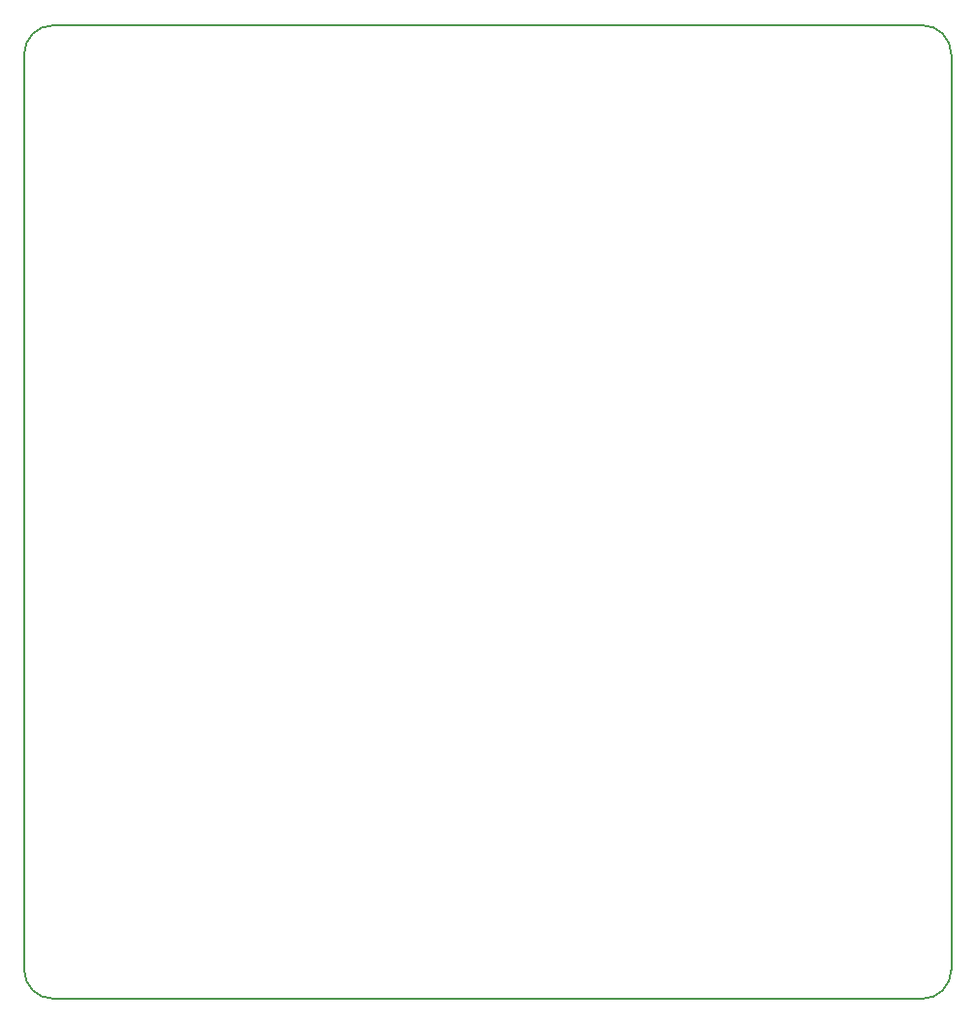
<source format=gm1>
G04 #@! TF.GenerationSoftware,KiCad,Pcbnew,(6.0.5)*
G04 #@! TF.CreationDate,2022-07-17T17:02:58+02:00*
G04 #@! TF.ProjectId,STS1_COBC_V2,53545331-5f43-44f4-9243-5f56322e6b69,rev?*
G04 #@! TF.SameCoordinates,Original*
G04 #@! TF.FileFunction,Profile,NP*
%FSLAX46Y46*%
G04 Gerber Fmt 4.6, Leading zero omitted, Abs format (unit mm)*
G04 Created by KiCad (PCBNEW (6.0.5)) date 2022-07-17 17:02:58*
%MOMM*%
%LPD*%
G01*
G04 APERTURE LIST*
G04 #@! TA.AperFunction,Profile*
%ADD10C,0.150000*%
G04 #@! TD*
G04 APERTURE END LIST*
D10*
X194592540Y-41800000D02*
X118672540Y-41800000D01*
X194592540Y-126800040D02*
G75*
G03*
X197132540Y-124260000I-40J2540040D01*
G01*
X197132540Y-124260000D02*
X197132540Y-44340000D01*
X116132500Y-124260000D02*
G75*
G03*
X118672540Y-126800000I2540000J0D01*
G01*
X118672540Y-126800000D02*
X194592540Y-126800000D01*
X197132500Y-44340000D02*
G75*
G03*
X194592540Y-41800000I-2540000J0D01*
G01*
X116132540Y-44340000D02*
X116132540Y-124260000D01*
X118672540Y-41800040D02*
G75*
G03*
X116132540Y-44340000I-40J-2539960D01*
G01*
M02*

</source>
